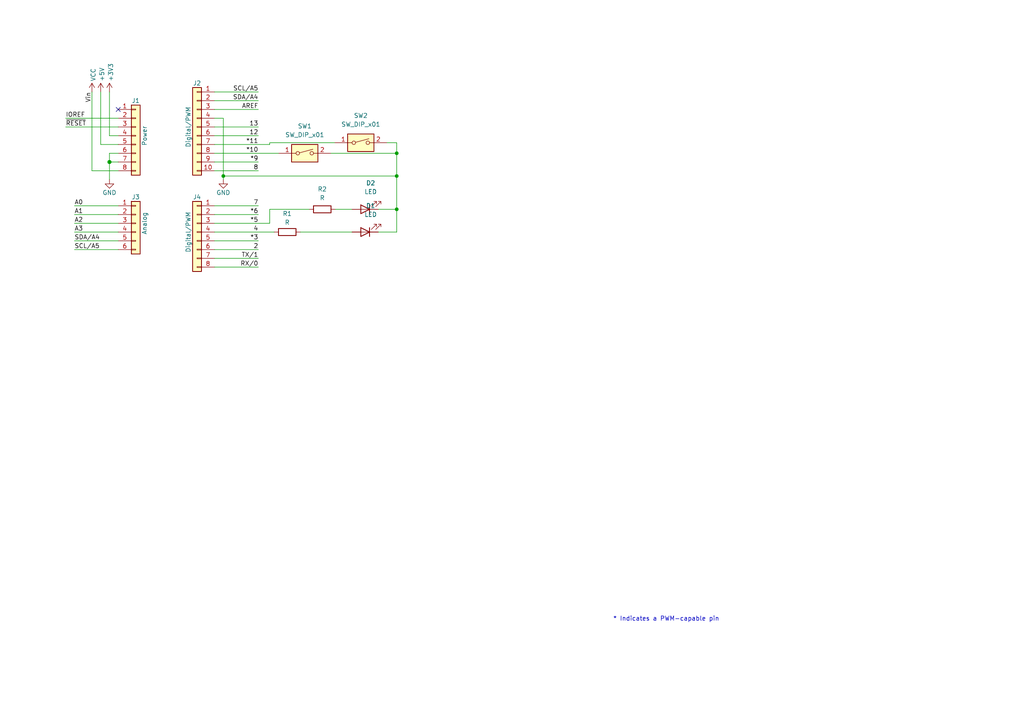
<source format=kicad_sch>
(kicad_sch (version 20230121) (generator eeschema)
  (paper "A4")
  (title_block (date "mar. 31 mars 2015"))
  (lib_symbols
    (symbol "Connector_Generic:Conn_01x06" (pin_names (offset 1.016) hide)
      (property "Reference" "J" (at 0 7.62 0))
      (property "Value" "Conn_01x06" (at 0 -10.16 0))
      (symbol "Conn_01x06_1_1"
        (rectangle (start -1.27 -7.493) (end 0 -7.747) (stroke (width 0.1524)))
        (rectangle (start -1.27 -4.953) (end 0 -5.207) (stroke (width 0.1524)))
        (rectangle (start -1.27 -2.413) (end 0 -2.667) (stroke (width 0.1524)))
        (rectangle (start -1.27 0.127) (end 0 -0.127) (stroke (width 0.1524)))
        (rectangle (start -1.27 2.667) (end 0 2.413) (stroke (width 0.1524)))
        (rectangle (start -1.27 5.207) (end 0 4.953) (stroke (width 0.1524)))
        (rectangle (start -1.27 6.35) (end 1.27 -8.89) (stroke (width 0.254)) (fill (type background)))
        (pin passive line (at -5.08 5.08 0) (length 3.81) (name "Pin_1") (number "1"))
        (pin passive line (at -5.08 2.54 0) (length 3.81) (name "Pin_2") (number "2"))
        (pin passive line (at -5.08 0 0) (length 3.81) (name "Pin_3") (number "3"))
        (pin passive line (at -5.08 -2.54 0) (length 3.81) (name "Pin_4") (number "4"))
        (pin passive line (at -5.08 -5.08 0) (length 3.81) (name "Pin_5") (number "5"))
        (pin passive line (at -5.08 -7.62 0) (length 3.81) (name "Pin_6") (number "6"))
      )
    )
    (symbol "Connector_Generic:Conn_01x08" (pin_names (offset 1.016) hide)
      (property "Reference" "J" (at 0 10.16 0))
      (property "Value" "Conn_01x08" (at 0 -12.7 0))
      (symbol "Conn_01x08_1_1"
        (rectangle (start -1.27 -10.033) (end 0 -10.287) (stroke (width 0.1524)))
        (rectangle (start -1.27 -7.493) (end 0 -7.747) (stroke (width 0.1524)))
        (rectangle (start -1.27 -4.953) (end 0 -5.207) (stroke (width 0.1524)))
        (rectangle (start -1.27 -2.413) (end 0 -2.667) (stroke (width 0.1524)))
        (rectangle (start -1.27 0.127) (end 0 -0.127) (stroke (width 0.1524)))
        (rectangle (start -1.27 2.667) (end 0 2.413) (stroke (width 0.1524)))
        (rectangle (start -1.27 5.207) (end 0 4.953) (stroke (width 0.1524)))
        (rectangle (start -1.27 7.747) (end 0 7.493) (stroke (width 0.1524)))
        (rectangle (start -1.27 8.89) (end 1.27 -11.43) (stroke (width 0.254)) (fill (type background)))
        (pin passive line (at -5.08 7.62 0) (length 3.81) (name "Pin_1") (number "1"))
        (pin passive line (at -5.08 5.08 0) (length 3.81) (name "Pin_2") (number "2"))
        (pin passive line (at -5.08 2.54 0) (length 3.81) (name "Pin_3") (number "3"))
        (pin passive line (at -5.08 0 0) (length 3.81) (name "Pin_4") (number "4"))
        (pin passive line (at -5.08 -2.54 0) (length 3.81) (name "Pin_5") (number "5"))
        (pin passive line (at -5.08 -5.08 0) (length 3.81) (name "Pin_6") (number "6"))
        (pin passive line (at -5.08 -7.62 0) (length 3.81) (name "Pin_7") (number "7"))
        (pin passive line (at -5.08 -10.16 0) (length 3.81) (name "Pin_8") (number "8"))
      )
    )
    (symbol "Connector_Generic:Conn_01x10" (pin_names (offset 1.016) hide)
      (property "Reference" "J" (at 0 12.7 0))
      (property "Value" "Conn_01x10" (at 0 -15.24 0))
      (symbol "Conn_01x10_1_1"
        (rectangle (start -1.27 -12.573) (end 0 -12.827) (stroke (width 0.1524)))
        (rectangle (start -1.27 -10.033) (end 0 -10.287) (stroke (width 0.1524)))
        (rectangle (start -1.27 -7.493) (end 0 -7.747) (stroke (width 0.1524)))
        (rectangle (start -1.27 -4.953) (end 0 -5.207) (stroke (width 0.1524)))
        (rectangle (start -1.27 -2.413) (end 0 -2.667) (stroke (width 0.1524)))
        (rectangle (start -1.27 0.127) (end 0 -0.127) (stroke (width 0.1524)))
        (rectangle (start -1.27 2.667) (end 0 2.413) (stroke (width 0.1524)))
        (rectangle (start -1.27 5.207) (end 0 4.953) (stroke (width 0.1524)))
        (rectangle (start -1.27 7.747) (end 0 7.493) (stroke (width 0.1524)))
        (rectangle (start -1.27 10.287) (end 0 10.033) (stroke (width 0.1524)))
        (rectangle (start -1.27 11.43) (end 1.27 -13.97) (stroke (width 0.254)) (fill (type background)))
        (pin passive line (at -5.08 10.16 0) (length 3.81) (name "Pin_1") (number "1"))
        (pin passive line (at -5.08 -12.7 0) (length 3.81) (name "Pin_10") (number "10"))
        (pin passive line (at -5.08 7.62 0) (length 3.81) (name "Pin_2") (number "2"))
        (pin passive line (at -5.08 5.08 0) (length 3.81) (name "Pin_3") (number "3"))
        (pin passive line (at -5.08 2.54 0) (length 3.81) (name "Pin_4") (number "4"))
        (pin passive line (at -5.08 0 0) (length 3.81) (name "Pin_5") (number "5"))
        (pin passive line (at -5.08 -2.54 0) (length 3.81) (name "Pin_6") (number "6"))
        (pin passive line (at -5.08 -5.08 0) (length 3.81) (name "Pin_7") (number "7"))
        (pin passive line (at -5.08 -7.62 0) (length 3.81) (name "Pin_8") (number "8"))
        (pin passive line (at -5.08 -10.16 0) (length 3.81) (name "Pin_9") (number "9"))
      )
    )
    (symbol "Device:LED" (pin_numbers hide) (pin_names (offset 1.016) hide)
      (property "Reference" "D" (at 0 2.54 0))
      (property "Value" "LED" (at 0 -2.54 0))
      (symbol "LED_0_1"
        (polyline (pts (xy -1.27 -1.27) (xy -1.27 1.27)) (stroke (width 0.254)))
        (polyline (pts (xy -1.27 0) (xy 1.27 0)))
        (polyline (pts (xy 1.27 -1.27) (xy 1.27 1.27) (xy -1.27 0) (xy 1.27 -1.27)) (stroke (width 0.254)))
        (polyline (pts (xy -3.048 -0.762) (xy -4.572 -2.286) (xy -3.81 -2.286) (xy -4.572 -2.286) (xy -4.572 -1.524)))
        (polyline (pts (xy -1.778 -0.762) (xy -3.302 -2.286) (xy -2.54 -2.286) (xy -3.302 -2.286) (xy -3.302 -1.524)))
      )
      (symbol "LED_1_1"
        (pin passive line (at -3.81 0 0) (length 2.54) (name "K") (number "1"))
        (pin passive line (at 3.81 0 180) (length 2.54) (name "A") (number "2"))
      )
    )
    (symbol "Device:R" (pin_numbers hide) (pin_names (offset 0))
      (property "Reference" "R" (at 2.032 0 90))
      (property "Value" "R" (at 0 0 90))
      (symbol "R_0_1"
        (rectangle (start -1.016 -2.54) (end 1.016 2.54) (stroke (width 0.254)))
      )
      (symbol "R_1_1"
        (pin passive line (at 0 3.81 270) (length 1.27) (name "~") (number "1"))
        (pin passive line (at 0 -3.81 90) (length 1.27) (name "~") (number "2"))
      )
    )
    (symbol "Switch:SW_DIP_x01" (pin_names (offset 0) hide)
      (property "Reference" "SW" (at 0 3.81 0))
      (property "Value" "SW_DIP_x01" (at 0 -3.81 0))
      (symbol "SW_DIP_x01_0_0"
        (circle (center -2.032 0) (radius 0.508))
        (polyline (pts (xy -1.524 0.127) (xy 2.3622 1.1684)))
        (circle (center 2.032 0) (radius 0.508))
      )
      (symbol "SW_DIP_x01_0_1"
        (rectangle (start -3.81 2.54) (end 3.81 -2.54) (stroke (width 0.254)) (fill (type background)))
      )
      (symbol "SW_DIP_x01_1_1"
        (pin passive line (at -7.62 0 0) (length 5.08) (name "~") (number "1"))
        (pin passive line (at 7.62 0 180) (length 5.08) (name "~") (number "2"))
      )
    )
    (symbol "power:+3V3" (power) (pin_names (offset 0))
      (property "Value" "+3V3" (at 0 3.556 0))
      (symbol "+3V3_0_1"
        (polyline (pts (xy -0.762 1.27) (xy 0 2.54)))
        (polyline (pts (xy 0 0) (xy 0 2.54)))
        (polyline (pts (xy 0 2.54) (xy 0.762 1.27)))
      )
      (symbol "+3V3_1_1"
        (pin power_in line (at 0 0 90) (length 0) hide (name "+3V3") (number "1"))
      )
    )
    (symbol "power:+5V" (power) (pin_names (offset 0))
      (property "Value" "+5V" (at 0 3.556 0))
      (symbol "+5V_0_1"
        (polyline (pts (xy -0.762 1.27) (xy 0 2.54)))
        (polyline (pts (xy 0 0) (xy 0 2.54)))
        (polyline (pts (xy 0 2.54) (xy 0.762 1.27)))
      )
      (symbol "+5V_1_1"
        (pin power_in line (at 0 0 90) (length 0) hide (name "+5V") (number "1"))
      )
    )
    (symbol "power:GND" (power) (pin_names (offset 0))
      (property "Value" "GND" (at 0 -3.81 0))
      (symbol "GND_0_1"
        (polyline (pts (xy 0 0) (xy 0 -1.27) (xy 1.27 -1.27) (xy 0 -2.54) (xy -1.27 -1.27) (xy 0 -1.27)))
      )
      (symbol "GND_1_1"
        (pin power_in line (at 0 0 270) (length 0) hide (name "GND") (number "1"))
      )
    )
    (symbol "power:VCC" (power) (pin_names (offset 0))
      (property "Value" "VCC" (at 0 3.81 0))
      (symbol "VCC_0_1"
        (polyline (pts (xy -0.762 1.27) (xy 0 2.54)))
        (polyline (pts (xy 0 0) (xy 0 2.54)))
        (polyline (pts (xy 0 2.54) (xy 0.762 1.27)))
      )
      (symbol "VCC_1_1"
        (pin power_in line (at 0 0 90) (length 0) hide (name "VCC") (number "1"))
      )
    )
  )
  (junction (at 115.062 60.706))
  (junction (at 64.77 51.054))
  (junction (at 31.75 46.99) (diameter 1.016))
  (junction (at 115.062 51.054))
  (junction (at 115.062 44.45))
  (no_connect (at 34.29 31.75))
  (wire (pts (xy 78.232 60.706) (xy 89.662 60.706)))
  (wire (pts (xy 87.122 67.31) (xy 102.108 67.31)))
  (wire (pts (xy 62.23 77.47) (xy 74.93 77.47)))
  (wire (pts (xy 62.23 26.67) (xy 74.93 26.67)))
  (wire (pts (xy 31.75 44.45) (xy 31.75 46.99)))
  (wire (pts (xy 21.59 72.39) (xy 34.29 72.39)))
  (wire (pts (xy 31.75 46.99) (xy 31.75 52.07)))
  (wire (pts (xy 31.75 39.37) (xy 34.29 39.37)))
  (wire (pts (xy 29.21 41.91) (xy 34.29 41.91)))
  (wire (pts (xy 29.21 26.67) (xy 29.21 41.91)))
  (wire (pts (xy 62.23 36.83) (xy 74.93 36.83)))
  (wire (pts (xy 31.75 26.67) (xy 31.75 39.37)))
  (wire (pts (xy 62.23 59.69) (xy 74.93 59.69)))
  (wire (pts (xy 115.062 60.706) (xy 109.728 60.706)))
  (wire (pts (xy 115.062 41.402) (xy 115.062 44.45)))
  (wire (pts (xy 34.29 59.69) (xy 21.59 59.69)))
  (wire (pts (xy 62.23 39.37) (xy 74.93 39.37)))
  (wire (pts (xy 62.23 62.23) (xy 74.93 62.23)))
  (wire (pts (xy 109.728 67.31) (xy 115.062 67.31)))
  (wire (pts (xy 115.062 51.054) (xy 64.77 51.054)))
  (wire (pts (xy 62.23 46.99) (xy 74.93 46.99)))
  (wire (pts (xy 62.23 67.31) (xy 79.502 67.31)))
  (wire (pts (xy 115.062 67.31) (xy 115.062 60.706)))
  (wire (pts (xy 19.05 34.29) (xy 34.29 34.29)))
  (wire (pts (xy 64.77 34.29) (xy 64.77 51.054)))
  (wire (pts (xy 78.232 41.91) (xy 78.232 41.402)))
  (wire (pts (xy 62.23 31.75) (xy 74.93 31.75)))
  (wire (pts (xy 78.232 64.77) (xy 78.232 60.706)))
  (wire (pts (xy 34.29 64.77) (xy 21.59 64.77)))
  (wire (pts (xy 19.05 36.83) (xy 34.29 36.83)))
  (wire (pts (xy 34.29 46.99) (xy 31.75 46.99)))
  (wire (pts (xy 78.232 41.402) (xy 97.028 41.402)))
  (wire (pts (xy 34.29 49.53) (xy 26.67 49.53)))
  (wire (pts (xy 21.59 62.23) (xy 34.29 62.23)))
  (wire (pts (xy 112.268 41.402) (xy 115.062 41.402)))
  (wire (pts (xy 62.23 34.29) (xy 64.77 34.29)))
  (wire (pts (xy 34.29 44.45) (xy 31.75 44.45)))
  (wire (pts (xy 62.23 41.91) (xy 78.232 41.91)))
  (wire (pts (xy 64.77 51.054) (xy 64.77 52.07)))
  (wire (pts (xy 62.23 64.77) (xy 78.232 64.77)))
  (wire (pts (xy 21.59 67.31) (xy 34.29 67.31)))
  (wire (pts (xy 97.282 60.706) (xy 102.108 60.706)))
  (wire (pts (xy 115.062 51.054) (xy 115.062 60.706)))
  (wire (pts (xy 62.23 29.21) (xy 74.93 29.21)))
  (wire (pts (xy 62.23 72.39) (xy 74.93 72.39)))
  (wire (pts (xy 115.062 44.45) (xy 115.062 51.054)))
  (wire (pts (xy 96.012 44.45) (xy 115.062 44.45)))
  (wire (pts (xy 62.23 69.85) (xy 74.93 69.85)))
  (wire (pts (xy 62.23 44.45) (xy 80.772 44.45)))
  (wire (pts (xy 62.23 74.93) (xy 74.93 74.93)))
  (wire (pts (xy 26.67 49.53) (xy 26.67 26.67)))
  (wire (pts (xy 34.29 69.85) (xy 21.59 69.85)))
  (wire (pts (xy 62.23 49.53) (xy 74.93 49.53)))
  (text "* Indicates a PWM-capable pin" (at 177.8 180.34 0) (effects (font (size 1.27 1.27)) (justify left bottom)))
  (label "RX{slash}0" (at 74.93 77.47 180))
  (label "A2" (at 21.59 64.77 0))
  (label "4" (at 74.93 67.31 180))
  (label "2" (at 74.93 72.39 180))
  (label "A3" (at 21.59 67.31 0))
  (label "13" (at 74.93 36.83 180))
  (label "12" (at 74.93 39.37 180))
  (label "~{RESET}" (at 19.05 36.83 0))
  (label "*10" (at 74.93 44.45 180))
  (label "7" (at 74.93 59.69 180))
  (label "SDA{slash}A4" (at 74.93 29.21 180))
  (label "8" (at 74.93 49.53 180))
  (label "*11" (at 74.93 41.91 180))
  (label "*3" (at 74.93 69.85 180))
  (label "A1" (at 21.59 62.23 0))
  (label "TX{slash}1" (at 74.93 74.93 180))
  (label "A0" (at 21.59 59.69 0))
  (label "AREF" (at 74.93 31.75 180))
  (label "Vin" (at 26.67 26.67 270))
  (label "*6" (at 74.93 62.23 180))
  (label "SCL{slash}A5" (at 74.93 26.67 180))
  (label "*9" (at 74.93 46.99 180))
  (label "*5" (at 74.93 64.77 180))
  (label "IOREF" (at 19.05 34.29 0))
  (label "SDA{slash}A4" (at 21.59 69.85 0))
  (label "SCL{slash}A5" (at 21.59 72.39 0))
  (symbol (lib_id "Connector_Generic:Conn_01x08") (at 39.37 39.37 0) (unit 1)
    (property "Reference" "J1" (at 39.37 29.21 0))
    (property "Value" "Power" (at 41.91 39.37 90))
    (property "Footprint" "Connector_PinSocket_2.54mm:PinSocket_1x08_P2.54mm_Vertical" (effects hide))
  )
  (symbol (lib_id "power:+3V3") (at 31.75 26.67 0) (unit 1)
    (property "Reference" "#PWR03" (effects hide))
    (property "Value" "+3.3V" (at 32.131 23.622 90) (effects (justify left)))
  )
  (symbol (lib_id "power:+5V") (at 29.21 26.67 0) (unit 1)
    (property "Reference" "#PWR02" (effects hide))
    (property "Value" "+5V" (at 29.5656 23.622 90) (effects (justify left)))
  )
  (symbol (lib_id "power:GND") (at 31.75 52.07 0) (unit 1)
    (property "Reference" "#PWR04" (effects hide))
    (property "Value" "GND" (at 31.75 55.88 0))
  )
  (symbol (lib_id "Connector_Generic:Conn_01x10") (at 57.15 36.83 0) (mirror y) (unit 1)
    (property "Reference" "J2" (at 57.15 24.13 0))
    (property "Value" "Digital/PWM" (at 54.61 36.83 90))
    (property "Footprint" "Connector_PinSocket_2.54mm:PinSocket_1x10_P2.54mm_Vertical" (effects hide))
  )
  (symbol (lib_id "power:GND") (at 64.77 52.07 0) (unit 1)
    (property "Reference" "#PWR05" (effects hide))
    (property "Value" "GND" (at 64.77 55.88 0))
  )
  (symbol (lib_id "Connector_Generic:Conn_01x06") (at 39.37 64.77 0) (unit 1)
    (property "Reference" "J3" (at 39.37 57.15 0))
    (property "Value" "Analog" (at 41.91 64.77 90))
    (property "Footprint" "Connector_PinSocket_2.54mm:PinSocket_1x06_P2.54mm_Vertical" (effects hide))
  )
  (symbol (lib_id "Connector_Generic:Conn_01x08") (at 57.15 67.31 0) (mirror y) (unit 1)
    (property "Reference" "J4" (at 57.15 57.15 0))
    (property "Value" "Digital/PWM" (at 54.61 67.31 90))
    (property "Footprint" "Connector_PinSocket_2.54mm:PinSocket_1x08_P2.54mm_Vertical" (effects hide))
  )
  (symbol (lib_id "Device:R") (at 83.312 67.31 90) (unit 1)
    (property "Reference" "R1" (at 83.312 61.976 90))
    (property "Value" "R" (at 83.312 64.516 90))
    (property "Footprint" "Resistor_THT:R_Axial_DIN0204_L3.6mm_D1.6mm_P7.62mm_Horizontal" (effects hide))
  )
  (symbol (lib_id "Device:R") (at 93.472 60.706 90) (unit 1)
    (property "Reference" "R2" (at 93.472 54.864 90))
    (property "Value" "R" (at 93.472 57.404 90))
    (property "Footprint" "Resistor_THT:R_Axial_DIN0204_L3.6mm_D1.6mm_P7.62mm_Horizontal" (effects hide))
  )
  (symbol (lib_id "power:VCC") (at 26.67 26.67 0) (unit 1)
    (property "Reference" "#PWR01" (effects hide))
    (property "Value" "VCC" (at 27.051 23.622 90) (effects (justify left)))
  )
  (symbol (lib_id "Device:LED") (at 105.918 67.31 180) (unit 1)
    (property "Reference" "D1" (at 107.5055 59.69 0))
    (property "Value" "LED" (at 107.5055 62.23 0))
    (property "Footprint" "LED_THT:LED_D3.0mm" (effects hide))
  )
  (symbol (lib_id "Device:LED") (at 105.918 60.706 180) (unit 1)
    (property "Reference" "D2" (at 107.5055 53.086 0))
    (property "Value" "LED" (at 107.5055 55.626 0))
    (property "Footprint" "LED_THT:LED_D3.0mm" (effects hide))
  )
  (symbol (lib_id "Switch:SW_DIP_x01") (at 104.648 41.402 0) (unit 1)
    (property "Reference" "SW2" (at 104.648 33.528 0))
    (property "Value" "SW_DIP_x01" (at 104.648 36.068 0))
    (property "Footprint" "Button_Switch_THT:SW_PUSH_6mm" (effects hide))
  )
  (symbol (lib_id "Switch:SW_DIP_x01") (at 88.392 44.45 0) (unit 1)
    (property "Reference" "SW1" (at 88.392 36.576 0))
    (property "Value" "SW_DIP_x01" (at 88.392 39.116 0))
    (property "Footprint" "Button_Switch_THT:SW_PUSH_6mm" (effects hide))
  )
)
</source>
